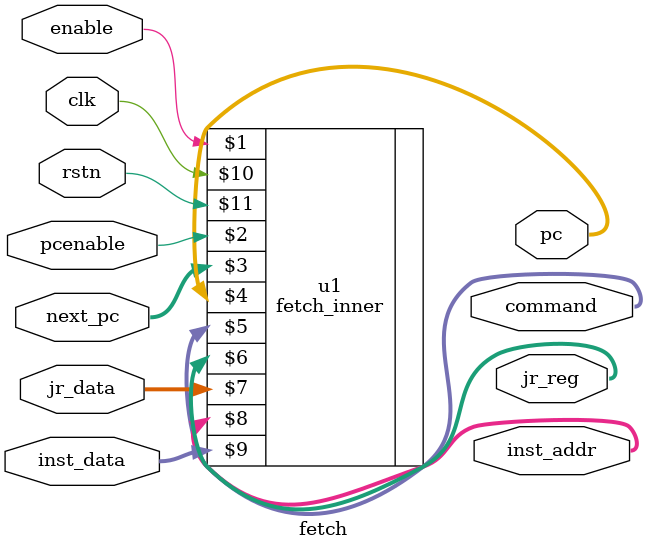
<source format=v>
`default_nettype none

module fetch(
	input wire enable,
	input wire pcenable,
	input wire[31:0] next_pc,
	output wire[31:0] pc,
	output wire[31:0] command,
	output wire[4:0] jr_reg,
	input wire[31:0] jr_data,
	output wire[16:0] inst_addr,
	input wire[31:0] inst_data,
	input wire clk,
	input wire rstn
);

	fetch_inner u1(
		enable,
		pcenable,
		next_pc,
		pc,
		command,
		jr_reg,
		jr_data,
		inst_addr,
		inst_data,
		clk,
		rstn
	);
endmodule //fetch

`default_nettype wire
</source>
